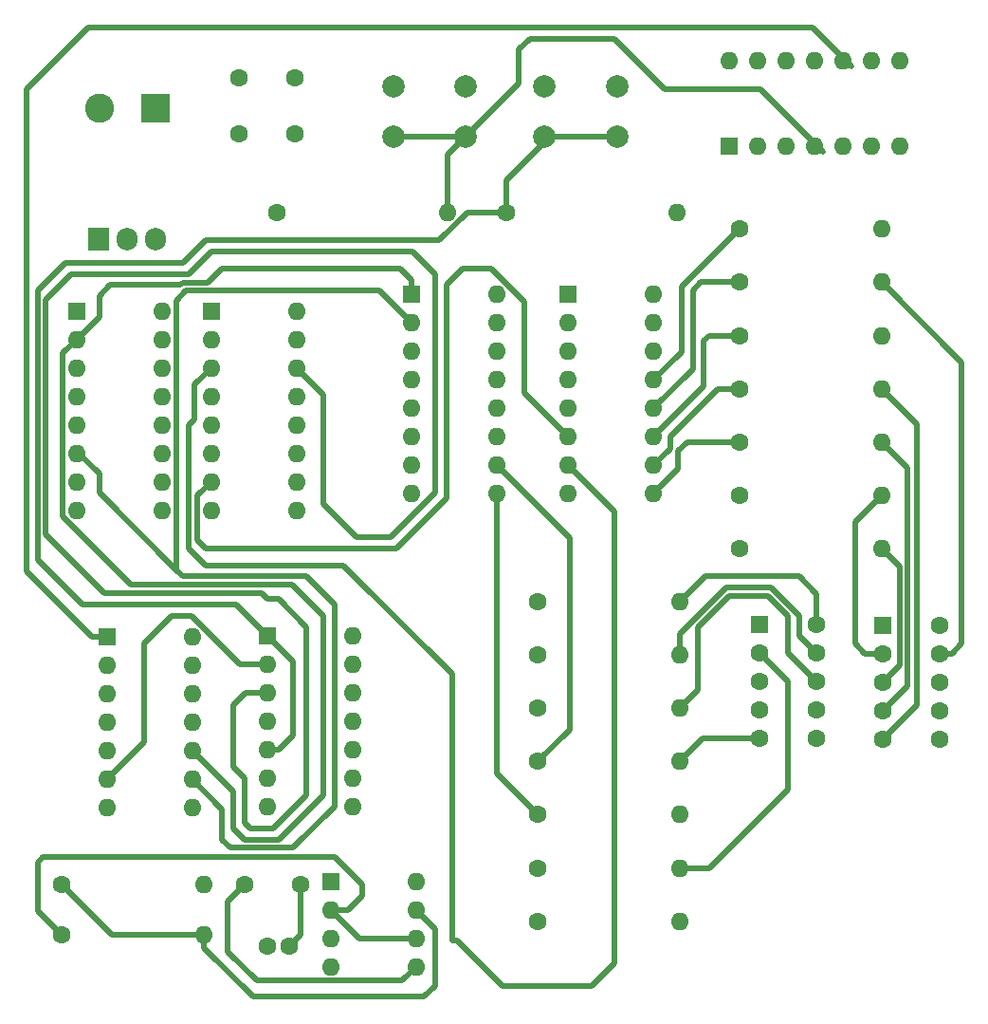
<source format=gbr>
%TF.GenerationSoftware,KiCad,Pcbnew,8.0.2*%
%TF.CreationDate,2024-05-14T19:41:18+03:00*%
%TF.ProjectId,PCB1,50434231-2e6b-4696-9361-645f70636258,rev?*%
%TF.SameCoordinates,Original*%
%TF.FileFunction,Copper,L1,Top*%
%TF.FilePolarity,Positive*%
%FSLAX46Y46*%
G04 Gerber Fmt 4.6, Leading zero omitted, Abs format (unit mm)*
G04 Created by KiCad (PCBNEW 8.0.2) date 2024-05-14 19:41:18*
%MOMM*%
%LPD*%
G01*
G04 APERTURE LIST*
%TA.AperFunction,ComponentPad*%
%ADD10C,1.600000*%
%TD*%
%TA.AperFunction,ComponentPad*%
%ADD11O,1.600000X1.600000*%
%TD*%
%TA.AperFunction,ComponentPad*%
%ADD12R,1.600000X1.600000*%
%TD*%
%TA.AperFunction,ComponentPad*%
%ADD13C,2.000000*%
%TD*%
%TA.AperFunction,ComponentPad*%
%ADD14R,1.905000X2.000000*%
%TD*%
%TA.AperFunction,ComponentPad*%
%ADD15O,1.905000X2.000000*%
%TD*%
%TA.AperFunction,ComponentPad*%
%ADD16R,2.600000X2.600000*%
%TD*%
%TA.AperFunction,ComponentPad*%
%ADD17C,2.600000*%
%TD*%
%TA.AperFunction,Conductor*%
%ADD18C,0.500000*%
%TD*%
G04 APERTURE END LIST*
D10*
%TO.P,R3,1*%
%TO.N,Net-(U1-THR)*%
X140650000Y-119000000D03*
D11*
%TO.P,R3,2*%
%TO.N,Net-(U1-DIS)*%
X153350000Y-119000000D03*
%TD*%
D10*
%TO.P,C1,1*%
%TO.N,Net-(J1-Pin_1)*%
X156500000Y-42500000D03*
%TO.P,C1,2*%
%TO.N,GND*%
X161500000Y-42500000D03*
%TD*%
D12*
%TO.P,U5,1,B*%
%TO.N,unconnected-(U5-B-Pad1)*%
X142000000Y-63300000D03*
D11*
%TO.P,U5,2,QB*%
%TO.N,Net-(U5-QB)*%
X142000000Y-65840000D03*
%TO.P,U5,3,QA*%
%TO.N,Net-(U5-QA)*%
X142000000Y-68380000D03*
%TO.P,U5,4,DOWN*%
%TO.N,+5V*%
X142000000Y-70920000D03*
%TO.P,U5,5,UP*%
%TO.N,Net-(U5-UP)*%
X142000000Y-73460000D03*
%TO.P,U5,6,QC*%
%TO.N,Net-(U5-QC)*%
X142000000Y-76000000D03*
%TO.P,U5,7,QD*%
%TO.N,Net-(U5-QD)*%
X142000000Y-78540000D03*
%TO.P,U5,8,GND*%
%TO.N,GND*%
X142000000Y-81080000D03*
%TO.P,U5,9,D*%
%TO.N,unconnected-(U5-D-Pad9)*%
X149620000Y-81080000D03*
%TO.P,U5,10,C*%
%TO.N,unconnected-(U5-C-Pad10)*%
X149620000Y-78540000D03*
%TO.P,U5,11,~{LOAD}*%
%TO.N,unconnected-(U5-~{LOAD}-Pad11)*%
X149620000Y-76000000D03*
%TO.P,U5,12,~{CO}*%
%TO.N,unconnected-(U5-~{CO}-Pad12)*%
X149620000Y-73460000D03*
%TO.P,U5,13,~{BO}*%
%TO.N,unconnected-(U5-~{BO}-Pad13)*%
X149620000Y-70920000D03*
%TO.P,U5,14,CLR*%
%TO.N,Net-(U5-CLR)*%
X149620000Y-68380000D03*
%TO.P,U5,15,A*%
%TO.N,unconnected-(U5-A-Pad15)*%
X149620000Y-65840000D03*
%TO.P,U5,16,VCC*%
%TO.N,+5V*%
X149620000Y-63300000D03*
%TD*%
D10*
%TO.P,R18,1*%
%TO.N,Net-(U9-Qg)*%
X201150000Y-84500000D03*
D11*
%TO.P,R18,2*%
%TO.N,Net-(U11-G)*%
X213850000Y-84500000D03*
%TD*%
D10*
%TO.P,R14,1*%
%TO.N,Net-(U9-Qc)*%
X201150000Y-65500000D03*
D11*
%TO.P,R14,2*%
%TO.N,Net-(U11-C)*%
X213850000Y-65500000D03*
%TD*%
D10*
%TO.P,R5,1*%
%TO.N,Net-(U8-Qa)*%
X183150000Y-89250000D03*
D11*
%TO.P,R5,2*%
%TO.N,Net-(U10-A)*%
X195850000Y-89250000D03*
%TD*%
D10*
%TO.P,R8,1*%
%TO.N,Net-(U8-Qd)*%
X183150000Y-103500000D03*
D11*
%TO.P,R8,2*%
%TO.N,Net-(U10-D)*%
X195850000Y-103500000D03*
%TD*%
D10*
%TO.P,R13,1*%
%TO.N,Net-(U9-Qb)*%
X201150000Y-60750000D03*
D11*
%TO.P,R13,2*%
%TO.N,Net-(U11-B)*%
X213850000Y-60750000D03*
%TD*%
D10*
%TO.P,R6,1*%
%TO.N,Net-(U8-Qb)*%
X183150000Y-94000000D03*
D11*
%TO.P,R6,2*%
%TO.N,Net-(U10-B)*%
X195850000Y-94000000D03*
%TD*%
D10*
%TO.P,C4,1*%
%TO.N,+5V*%
X159000000Y-120000000D03*
%TO.P,C4,2*%
%TO.N,Net-(C3-Pad2)*%
X161000000Y-120000000D03*
%TD*%
D13*
%TO.P,SW1,1,1*%
%TO.N,+5V*%
X170250000Y-43250000D03*
X176750000Y-43250000D03*
%TO.P,SW1,2,2*%
%TO.N,Net-(U2A-C)*%
X170250000Y-47750000D03*
X176750000Y-47750000D03*
%TD*%
D12*
%TO.P,U6,1,B*%
%TO.N,unconnected-(U6-B-Pad1)*%
X154000000Y-63300000D03*
D11*
%TO.P,U6,2,QB*%
%TO.N,Net-(U6-QB)*%
X154000000Y-65840000D03*
%TO.P,U6,3,QA*%
%TO.N,Net-(U6-QA)*%
X154000000Y-68380000D03*
%TO.P,U6,4,DOWN*%
%TO.N,+5V*%
X154000000Y-70920000D03*
%TO.P,U6,5,UP*%
%TO.N,Net-(U6-UP)*%
X154000000Y-73460000D03*
%TO.P,U6,6,QC*%
%TO.N,Net-(U6-QC)*%
X154000000Y-76000000D03*
%TO.P,U6,7,QD*%
%TO.N,Net-(U6-QD)*%
X154000000Y-78540000D03*
%TO.P,U6,8,GND*%
%TO.N,GND*%
X154000000Y-81080000D03*
%TO.P,U6,9,D*%
%TO.N,unconnected-(U6-D-Pad9)*%
X161620000Y-81080000D03*
%TO.P,U6,10,C*%
%TO.N,unconnected-(U6-C-Pad10)*%
X161620000Y-78540000D03*
%TO.P,U6,11,~{LOAD}*%
%TO.N,unconnected-(U6-~{LOAD}-Pad11)*%
X161620000Y-76000000D03*
%TO.P,U6,12,~{CO}*%
%TO.N,unconnected-(U6-~{CO}-Pad12)*%
X161620000Y-73460000D03*
%TO.P,U6,13,~{BO}*%
%TO.N,unconnected-(U6-~{BO}-Pad13)*%
X161620000Y-70920000D03*
%TO.P,U6,14,CLR*%
%TO.N,Net-(U6-CLR)*%
X161620000Y-68380000D03*
%TO.P,U6,15,A*%
%TO.N,unconnected-(U6-A-Pad15)*%
X161620000Y-65840000D03*
%TO.P,U6,16,VCC*%
%TO.N,+5V*%
X161620000Y-63300000D03*
%TD*%
D10*
%TO.P,R15,1*%
%TO.N,Net-(U9-Qd)*%
X201150000Y-70250000D03*
D11*
%TO.P,R15,2*%
%TO.N,Net-(U11-D)*%
X213850000Y-70250000D03*
%TD*%
D10*
%TO.P,R1,1*%
%TO.N,GND*%
X159880000Y-54500000D03*
D11*
%TO.P,R1,2*%
%TO.N,Net-(U2A-C)*%
X175120000Y-54500000D03*
%TD*%
D12*
%TO.P,U11,1,CC*%
%TO.N,GND*%
X214000000Y-91340000D03*
D10*
%TO.P,U11,2,F*%
%TO.N,Net-(U11-F)*%
X214000000Y-93880000D03*
%TO.P,U11,3,G*%
%TO.N,Net-(U11-G)*%
X214000000Y-96420000D03*
%TO.P,U11,4,E*%
%TO.N,Net-(U11-E)*%
X214000000Y-98960000D03*
%TO.P,U11,5,D*%
%TO.N,Net-(U11-D)*%
X214000000Y-101500000D03*
%TO.P,U11,6,CC*%
%TO.N,GND*%
X219080000Y-101500000D03*
%TO.P,U11,7,DP*%
%TO.N,unconnected-(U11-DP-Pad7)*%
X219080000Y-98960000D03*
%TO.P,U11,8,C*%
%TO.N,Net-(U11-C)*%
X219080000Y-96420000D03*
%TO.P,U11,9,B*%
%TO.N,Net-(U11-B)*%
X219080000Y-93880000D03*
%TO.P,U11,10,A*%
%TO.N,Net-(U11-A)*%
X219080000Y-91340000D03*
%TD*%
%TO.P,R10,1*%
%TO.N,Net-(U8-Qf)*%
X183150000Y-113000000D03*
D11*
%TO.P,R10,2*%
%TO.N,Net-(U10-F)*%
X195850000Y-113000000D03*
%TD*%
D12*
%TO.P,U3,1*%
%TO.N,Net-(U2A-Q)*%
X144700000Y-92375000D03*
D11*
%TO.P,U3,2*%
%TO.N,Net-(U1-Q)*%
X144700000Y-94915000D03*
%TO.P,U3,3*%
%TO.N,Net-(U6-UP)*%
X144700000Y-97455000D03*
%TO.P,U3,4*%
%TO.N,Net-(U6-QC)*%
X144700000Y-99995000D03*
%TO.P,U3,5*%
%TO.N,Net-(U6-QB)*%
X144700000Y-102535000D03*
%TO.P,U3,6*%
%TO.N,Net-(U5-UP)*%
X144700000Y-105075000D03*
%TO.P,U3,7,GND*%
%TO.N,GND*%
X144700000Y-107615000D03*
%TO.P,U3,8*%
%TO.N,Net-(U3-Pad8)*%
X152320000Y-107615000D03*
%TO.P,U3,9*%
%TO.N,Net-(U5-QC)*%
X152320000Y-105075000D03*
%TO.P,U3,10*%
%TO.N,Net-(U5-QB)*%
X152320000Y-102535000D03*
%TO.P,U3,11*%
%TO.N,unconnected-(U3-Pad11)*%
X152320000Y-99995000D03*
%TO.P,U3,12*%
%TO.N,unconnected-(U3-Pad12)*%
X152320000Y-97455000D03*
%TO.P,U3,13*%
%TO.N,unconnected-(U3-Pad13)*%
X152320000Y-94915000D03*
%TO.P,U3,14,VCC*%
%TO.N,+5V*%
X152320000Y-92375000D03*
%TD*%
D10*
%TO.P,R11,1*%
%TO.N,Net-(U8-Qg)*%
X183150000Y-117750000D03*
D11*
%TO.P,R11,2*%
%TO.N,Net-(U10-G)*%
X195850000Y-117750000D03*
%TD*%
D12*
%TO.P,U7,1*%
%TO.N,Net-(R4-Pad1)*%
X159000000Y-92300000D03*
D11*
%TO.P,U7,2*%
%TO.N,Net-(U5-UP)*%
X159000000Y-94840000D03*
%TO.P,U7,3*%
%TO.N,Net-(U6-CLR)*%
X159000000Y-97380000D03*
%TO.P,U7,4*%
%TO.N,Net-(U5-CLR)*%
X159000000Y-99920000D03*
%TO.P,U7,5*%
%TO.N,Net-(R4-Pad1)*%
X159000000Y-102460000D03*
%TO.P,U7,6*%
%TO.N,Net-(U3-Pad8)*%
X159000000Y-105000000D03*
%TO.P,U7,7,VSS*%
%TO.N,+5V*%
X159000000Y-107540000D03*
%TO.P,U7,8*%
%TO.N,unconnected-(U7-Pad8)*%
X166620000Y-107540000D03*
%TO.P,U7,9*%
%TO.N,unconnected-(U7-Pad9)*%
X166620000Y-105000000D03*
%TO.P,U7,10*%
%TO.N,unconnected-(U7-Pad10)*%
X166620000Y-102460000D03*
%TO.P,U7,11*%
%TO.N,unconnected-(U7-Pad11)*%
X166620000Y-99920000D03*
%TO.P,U7,12*%
%TO.N,unconnected-(U7-Pad12)*%
X166620000Y-97380000D03*
%TO.P,U7,13*%
%TO.N,unconnected-(U7-Pad13)*%
X166620000Y-94840000D03*
%TO.P,U7,14,VDD*%
%TO.N,GND*%
X166620000Y-92300000D03*
%TD*%
D10*
%TO.P,C3,1*%
%TO.N,Net-(U1-CV)*%
X157000000Y-114500000D03*
%TO.P,C3,2*%
%TO.N,Net-(C3-Pad2)*%
X162000000Y-114500000D03*
%TD*%
%TO.P,R4,1*%
%TO.N,Net-(R4-Pad1)*%
X180380000Y-54500000D03*
D11*
%TO.P,R4,2*%
%TO.N,GND*%
X195620000Y-54500000D03*
%TD*%
D10*
%TO.P,R12,1*%
%TO.N,Net-(U9-Qa)*%
X201150000Y-56000000D03*
D11*
%TO.P,R12,2*%
%TO.N,Net-(U11-A)*%
X213850000Y-56000000D03*
%TD*%
D12*
%TO.P,U2,1,C*%
%TO.N,unconnected-(U2B-C-Pad1)*%
X200300000Y-48620000D03*
D11*
%TO.P,U2,2,~{R}*%
%TO.N,unconnected-(U2B-~{R}-Pad2)*%
X202840000Y-48620000D03*
%TO.P,U2,3,K*%
%TO.N,unconnected-(U2B-K-Pad3)*%
X205380000Y-48620000D03*
%TO.P,U2,4,VCC*%
%TO.N,+5V*%
X207920000Y-48620000D03*
%TO.P,U2,5,C*%
%TO.N,Net-(U2A-C)*%
X210460000Y-48620000D03*
%TO.P,U2,6,~{R}*%
%TO.N,+5V*%
X213000000Y-48620000D03*
%TO.P,U2,7,J*%
X215540000Y-48620000D03*
%TO.P,U2,8,~{Q}*%
%TO.N,unconnected-(U2A-~{Q}-Pad8)*%
X215540000Y-41000000D03*
%TO.P,U2,9,Q*%
%TO.N,Net-(U2A-Q)*%
X213000000Y-41000000D03*
%TO.P,U2,10,K*%
%TO.N,+5V*%
X210460000Y-41000000D03*
%TO.P,U2,11,GND*%
%TO.N,GND*%
X207920000Y-41000000D03*
%TO.P,U2,12,Q*%
%TO.N,unconnected-(U2B-Q-Pad12)*%
X205380000Y-41000000D03*
%TO.P,U2,13,~{Q}*%
%TO.N,unconnected-(U2B-~{Q}-Pad13)*%
X202840000Y-41000000D03*
%TO.P,U2,14,J*%
%TO.N,unconnected-(U2B-J-Pad14)*%
X200300000Y-41000000D03*
%TD*%
D10*
%TO.P,R17,1*%
%TO.N,Net-(U9-Qf)*%
X201150000Y-79750000D03*
D11*
%TO.P,R17,2*%
%TO.N,Net-(U11-F)*%
X213850000Y-79750000D03*
%TD*%
D13*
%TO.P,SW2,1,1*%
%TO.N,+5V*%
X183750000Y-43250000D03*
X190250000Y-43250000D03*
%TO.P,SW2,2,2*%
%TO.N,Net-(R4-Pad1)*%
X183750000Y-47750000D03*
X190250000Y-47750000D03*
%TD*%
D10*
%TO.P,R9,1*%
%TO.N,Net-(U8-Qe)*%
X183150000Y-108250000D03*
D11*
%TO.P,R9,2*%
%TO.N,Net-(U10-E)*%
X195850000Y-108250000D03*
%TD*%
D14*
%TO.P,U4,1,IN*%
%TO.N,Net-(J1-Pin_1)*%
X143960000Y-56945000D03*
D15*
%TO.P,U4,2,GND*%
%TO.N,GND*%
X146500000Y-56945000D03*
%TO.P,U4,3,OUT*%
%TO.N,+5V*%
X149040000Y-56945000D03*
%TD*%
D10*
%TO.P,R2,1*%
%TO.N,Net-(U1-DIS)*%
X140650000Y-114500000D03*
D11*
%TO.P,R2,2*%
%TO.N,+5V*%
X153350000Y-114500000D03*
%TD*%
D10*
%TO.P,C2,1*%
%TO.N,+5V*%
X156500000Y-47500000D03*
%TO.P,C2,2*%
%TO.N,GND*%
X161500000Y-47500000D03*
%TD*%
D12*
%TO.P,U10,1,CC*%
%TO.N,GND*%
X203000000Y-91300000D03*
D10*
%TO.P,U10,2,F*%
%TO.N,Net-(U10-F)*%
X203000000Y-93840000D03*
%TO.P,U10,3,G*%
%TO.N,Net-(U10-G)*%
X203000000Y-96380000D03*
%TO.P,U10,4,E*%
%TO.N,Net-(U10-E)*%
X203000000Y-98920000D03*
%TO.P,U10,5,D*%
%TO.N,Net-(U10-D)*%
X203000000Y-101460000D03*
%TO.P,U10,6,CC*%
%TO.N,GND*%
X208080000Y-101460000D03*
%TO.P,U10,7,DP*%
%TO.N,unconnected-(U10-DP-Pad7)*%
X208080000Y-98920000D03*
%TO.P,U10,8,C*%
%TO.N,Net-(U10-C)*%
X208080000Y-96380000D03*
%TO.P,U10,9,B*%
%TO.N,Net-(U10-B)*%
X208080000Y-93840000D03*
%TO.P,U10,10,A*%
%TO.N,Net-(U10-A)*%
X208080000Y-91300000D03*
%TD*%
%TO.P,R7,1*%
%TO.N,Net-(U8-Qc)*%
X183150000Y-98750000D03*
D11*
%TO.P,R7,2*%
%TO.N,Net-(U10-C)*%
X195850000Y-98750000D03*
%TD*%
D12*
%TO.P,U1,1,GND*%
%TO.N,GND*%
X164700000Y-114200000D03*
D11*
%TO.P,U1,2,TR*%
%TO.N,Net-(U1-THR)*%
X164700000Y-116740000D03*
%TO.P,U1,3,Q*%
%TO.N,Net-(U1-Q)*%
X164700000Y-119280000D03*
%TO.P,U1,4,R*%
%TO.N,+5V*%
X164700000Y-121820000D03*
%TO.P,U1,5,CV*%
%TO.N,Net-(U1-CV)*%
X172320000Y-121820000D03*
%TO.P,U1,6,THR*%
%TO.N,Net-(U1-THR)*%
X172320000Y-119280000D03*
%TO.P,U1,7,DIS*%
%TO.N,Net-(U1-DIS)*%
X172320000Y-116740000D03*
%TO.P,U1,8,VCC*%
%TO.N,+5V*%
X172320000Y-114200000D03*
%TD*%
D10*
%TO.P,R16,1*%
%TO.N,Net-(U9-Qe)*%
X201150000Y-75000000D03*
D11*
%TO.P,R16,2*%
%TO.N,Net-(U11-E)*%
X213850000Y-75000000D03*
%TD*%
D16*
%TO.P,J1,1,Pin_1*%
%TO.N,Net-(J1-Pin_1)*%
X149000000Y-45195000D03*
D17*
%TO.P,J1,2,Pin_2*%
%TO.N,GND*%
X144000000Y-45195000D03*
%TD*%
D12*
%TO.P,U8,1,DB*%
%TO.N,Net-(U5-QB)*%
X171880000Y-61840000D03*
D11*
%TO.P,U8,2,DC*%
%TO.N,Net-(U5-QC)*%
X171880000Y-64380000D03*
%TO.P,U8,3,~{LT}*%
%TO.N,+5V*%
X171880000Y-66920000D03*
%TO.P,U8,4,~{BI}*%
X171880000Y-69460000D03*
%TO.P,U8,5,~{EL}*%
%TO.N,GND*%
X171880000Y-72000000D03*
%TO.P,U8,6,DD*%
%TO.N,Net-(U5-QD)*%
X171880000Y-74540000D03*
%TO.P,U8,7,DA*%
%TO.N,Net-(U5-QA)*%
X171880000Y-77080000D03*
%TO.P,U8,8,Vss*%
%TO.N,GND*%
X171880000Y-79620000D03*
%TO.P,U8,9,Qe*%
%TO.N,Net-(U8-Qe)*%
X179500000Y-79620000D03*
%TO.P,U8,10,Qd*%
%TO.N,Net-(U8-Qd)*%
X179500000Y-77080000D03*
%TO.P,U8,11,Qc*%
%TO.N,Net-(U8-Qc)*%
X179500000Y-74540000D03*
%TO.P,U8,12,Qb*%
%TO.N,Net-(U8-Qb)*%
X179500000Y-72000000D03*
%TO.P,U8,13,Qa*%
%TO.N,Net-(U8-Qa)*%
X179500000Y-69460000D03*
%TO.P,U8,14,Qg*%
%TO.N,Net-(U8-Qg)*%
X179500000Y-66920000D03*
%TO.P,U8,15,Qf*%
%TO.N,Net-(U8-Qf)*%
X179500000Y-64380000D03*
%TO.P,U8,16,Vdd*%
%TO.N,+5V*%
X179500000Y-61840000D03*
%TD*%
%TO.P,U9,16,Vdd*%
%TO.N,+5V*%
X193500000Y-61840000D03*
%TO.P,U9,15,Qf*%
%TO.N,Net-(U9-Qf)*%
X193500000Y-64380000D03*
%TO.P,U9,14,Qg*%
%TO.N,Net-(U9-Qg)*%
X193500000Y-66920000D03*
%TO.P,U9,13,Qa*%
%TO.N,Net-(U9-Qa)*%
X193500000Y-69460000D03*
%TO.P,U9,12,Qb*%
%TO.N,Net-(U9-Qb)*%
X193500000Y-72000000D03*
%TO.P,U9,11,Qc*%
%TO.N,Net-(U9-Qc)*%
X193500000Y-74540000D03*
%TO.P,U9,10,Qd*%
%TO.N,Net-(U9-Qd)*%
X193500000Y-77080000D03*
%TO.P,U9,9,Qe*%
%TO.N,Net-(U9-Qe)*%
X193500000Y-79620000D03*
%TO.P,U9,8,Vss*%
%TO.N,GND*%
X185880000Y-79620000D03*
%TO.P,U9,7,DA*%
%TO.N,Net-(U6-QA)*%
X185880000Y-77080000D03*
%TO.P,U9,6,DD*%
%TO.N,Net-(U6-QD)*%
X185880000Y-74540000D03*
%TO.P,U9,5,~{EL}*%
%TO.N,GND*%
X185880000Y-72000000D03*
%TO.P,U9,4,~{BI}*%
%TO.N,+5V*%
X185880000Y-69460000D03*
%TO.P,U9,3,~{LT}*%
X185880000Y-66920000D03*
%TO.P,U9,2,DC*%
%TO.N,Net-(U6-QC)*%
X185880000Y-64380000D03*
D12*
%TO.P,U9,1,DB*%
%TO.N,Net-(U6-QB)*%
X185880000Y-61840000D03*
%TD*%
D18*
%TO.N,Net-(U6-CLR)*%
X164000000Y-70760000D02*
X161620000Y-68380000D01*
X164000000Y-80500000D02*
X164000000Y-70760000D01*
X174000000Y-79500000D02*
X170000000Y-83500000D01*
X174000000Y-60000000D02*
X174000000Y-79500000D01*
X172000000Y-58000000D02*
X174000000Y-60000000D01*
X141500000Y-60000000D02*
X152000000Y-60000000D01*
X139200000Y-62300000D02*
X141500000Y-60000000D01*
X152000000Y-60000000D02*
X154000000Y-58000000D01*
X139200000Y-83200000D02*
X139200000Y-62300000D01*
X144500000Y-88500000D02*
X139200000Y-83200000D01*
X159000000Y-89000000D02*
X158500000Y-88500000D01*
X167000000Y-83500000D02*
X164000000Y-80500000D01*
X160000000Y-89000000D02*
X159000000Y-89000000D01*
X162500000Y-91500000D02*
X160000000Y-89000000D01*
X162500000Y-106500000D02*
X162500000Y-91500000D01*
X159500000Y-109500000D02*
X162500000Y-106500000D01*
X158500000Y-88500000D02*
X144500000Y-88500000D01*
X157500000Y-109500000D02*
X159500000Y-109500000D01*
X154000000Y-58000000D02*
X172000000Y-58000000D01*
X157000000Y-105000000D02*
X157000000Y-109000000D01*
X157000000Y-109000000D02*
X157500000Y-109500000D01*
X156000000Y-104000000D02*
X157000000Y-105000000D01*
X156000000Y-98500000D02*
X156000000Y-104000000D01*
X157120000Y-97380000D02*
X156000000Y-98500000D01*
X170000000Y-83500000D02*
X167000000Y-83500000D01*
X159000000Y-97380000D02*
X157120000Y-97380000D01*
%TO.N,Net-(R4-Pad1)*%
X156200000Y-89500000D02*
X159000000Y-92300000D01*
X138500000Y-85500000D02*
X142500000Y-89500000D01*
X141000000Y-59000000D02*
X138500000Y-61500000D01*
X151500000Y-59000000D02*
X141000000Y-59000000D01*
X174387767Y-57000000D02*
X153500000Y-57000000D01*
X138500000Y-61500000D02*
X138500000Y-85500000D01*
X176887767Y-54500000D02*
X174387767Y-57000000D01*
X153500000Y-57000000D02*
X151500000Y-59000000D01*
X180380000Y-54500000D02*
X176887767Y-54500000D01*
X142500000Y-89500000D02*
X156200000Y-89500000D01*
%TO.N,Net-(U5-QB)*%
X144000000Y-63840000D02*
X142000000Y-65840000D01*
X144000000Y-62000000D02*
X144000000Y-63840000D01*
X145000000Y-61000000D02*
X144000000Y-62000000D01*
X151250051Y-61000000D02*
X145000000Y-61000000D01*
X153700000Y-60800000D02*
X151450051Y-60800000D01*
X170840000Y-59500000D02*
X155000000Y-59500000D01*
X171880000Y-60540000D02*
X170840000Y-59500000D01*
X171880000Y-61840000D02*
X171880000Y-60540000D01*
X151450051Y-60800000D02*
X151250051Y-61000000D01*
X155000000Y-59500000D02*
X153700000Y-60800000D01*
%TO.N,Net-(U5-QC)*%
X150870000Y-86370000D02*
X151000000Y-86500000D01*
X150870000Y-62370000D02*
X150870000Y-86370000D01*
X151740000Y-61500000D02*
X150870000Y-62370000D01*
X169000000Y-61500000D02*
X151740000Y-61500000D01*
X171880000Y-64380000D02*
X169000000Y-61500000D01*
%TO.N,Net-(U2A-Q)*%
X143375000Y-92375000D02*
X144700000Y-92375000D01*
X137500000Y-86500000D02*
X143375000Y-92375000D01*
X137500000Y-43500000D02*
X137500000Y-86500000D01*
X143000000Y-38000000D02*
X137500000Y-43500000D01*
X207700000Y-38000000D02*
X143000000Y-38000000D01*
X211200000Y-41500000D02*
X207700000Y-38000000D01*
%TO.N,Net-(U5-QB)*%
X156000000Y-106215000D02*
X152320000Y-102535000D01*
X160000000Y-110500000D02*
X157000000Y-110500000D01*
X157000000Y-110500000D02*
X156000000Y-109500000D01*
X164000000Y-90500000D02*
X164000000Y-106500000D01*
X161200000Y-87700000D02*
X164000000Y-90500000D01*
X140750000Y-81597767D02*
X146852233Y-87700000D01*
X164000000Y-106500000D02*
X160000000Y-110500000D01*
X146852233Y-87700000D02*
X161200000Y-87700000D01*
X140750000Y-67090000D02*
X140750000Y-81597767D01*
X142000000Y-65840000D02*
X140750000Y-67090000D01*
X156000000Y-109500000D02*
X156000000Y-106215000D01*
%TO.N,Net-(U5-QC)*%
X155000000Y-107755000D02*
X152320000Y-105075000D01*
X155000000Y-110500000D02*
X155000000Y-107755000D01*
X165000000Y-89500000D02*
X165000000Y-107500000D01*
X162500000Y-87000000D02*
X165000000Y-89500000D01*
X161300000Y-111200000D02*
X155700000Y-111200000D01*
X155700000Y-111200000D02*
X155000000Y-110500000D01*
X165000000Y-107500000D02*
X161300000Y-111200000D01*
X151500000Y-87000000D02*
X162500000Y-87000000D01*
X151000000Y-86500000D02*
X151500000Y-87000000D01*
X144000000Y-79500000D02*
X151000000Y-86500000D01*
%TO.N,Net-(U6-QA)*%
X152500000Y-69880000D02*
X154000000Y-68380000D01*
X152500000Y-73000000D02*
X152500000Y-69880000D01*
X152000000Y-73500000D02*
X152500000Y-73000000D01*
X153500000Y-86000000D02*
X152000000Y-84500000D01*
X152000000Y-84500000D02*
X152000000Y-73500000D01*
X165807767Y-86000000D02*
X153500000Y-86000000D01*
X175500000Y-95692233D02*
X165807767Y-86000000D01*
X175500000Y-119500000D02*
X175500000Y-95692233D01*
X188000000Y-123500000D02*
X180000000Y-123500000D01*
X190000000Y-121500000D02*
X188000000Y-123500000D01*
X180000000Y-123500000D02*
X176000000Y-119500000D01*
X190000000Y-81200000D02*
X190000000Y-121500000D01*
X185880000Y-77080000D02*
X190000000Y-81200000D01*
X176000000Y-119500000D02*
X175500000Y-119500000D01*
%TO.N,Net-(U5-QC)*%
X142500000Y-76500000D02*
X142000000Y-76000000D01*
X142210000Y-76000000D02*
X144000000Y-77790000D01*
X142000000Y-76000000D02*
X142210000Y-76000000D01*
X144000000Y-77790000D02*
X144000000Y-79500000D01*
%TO.N,Net-(U5-UP)*%
X152212767Y-90500000D02*
X156552767Y-94840000D01*
X148000000Y-93000000D02*
X150500000Y-90500000D01*
X150500000Y-90500000D02*
X152212767Y-90500000D01*
X148000000Y-101775000D02*
X148000000Y-93000000D01*
X156552767Y-94840000D02*
X159000000Y-94840000D01*
X144700000Y-105075000D02*
X148000000Y-101775000D01*
%TO.N,Net-(U6-QD)*%
X152750000Y-83750000D02*
X152750000Y-79790000D01*
X153500000Y-84500000D02*
X152750000Y-83750000D01*
X176500000Y-59500000D02*
X175000000Y-61000000D01*
X170500000Y-84500000D02*
X153500000Y-84500000D01*
X175000000Y-80000000D02*
X170500000Y-84500000D01*
X179000000Y-59500000D02*
X176500000Y-59500000D01*
X182000000Y-62500000D02*
X179000000Y-59500000D01*
X152750000Y-79790000D02*
X154000000Y-78540000D01*
X175000000Y-61000000D02*
X175000000Y-80000000D01*
X182000000Y-70660000D02*
X182000000Y-62500000D01*
X185880000Y-74540000D02*
X182000000Y-70660000D01*
%TO.N,Net-(R4-Pad1)*%
X160040000Y-102460000D02*
X159000000Y-102460000D01*
X161300000Y-101200000D02*
X160040000Y-102460000D01*
X161300000Y-94600000D02*
X161300000Y-101200000D01*
X159000000Y-92300000D02*
X161300000Y-94600000D01*
%TO.N,Net-(U1-THR)*%
X138500000Y-116850000D02*
X140650000Y-119000000D01*
X165000000Y-112000000D02*
X139000000Y-112000000D01*
X139000000Y-112000000D02*
X138500000Y-112500000D01*
X138500000Y-112500000D02*
X138500000Y-116850000D01*
X167500000Y-114500000D02*
X165000000Y-112000000D01*
X167500000Y-115500000D02*
X167500000Y-114500000D01*
X166260000Y-116740000D02*
X167500000Y-115500000D01*
X164700000Y-116740000D02*
X166260000Y-116740000D01*
X167240000Y-119280000D02*
X164700000Y-116740000D01*
X172320000Y-119280000D02*
X167240000Y-119280000D01*
%TO.N,Net-(C3-Pad2)*%
X162000000Y-119000000D02*
X161000000Y-120000000D01*
X162000000Y-114500000D02*
X162000000Y-119000000D01*
%TO.N,Net-(U1-DIS)*%
X145150000Y-119000000D02*
X140650000Y-114500000D01*
X153350000Y-119000000D02*
X145150000Y-119000000D01*
X153350000Y-120131370D02*
X153350000Y-119000000D01*
X174000000Y-123500000D02*
X173000000Y-124500000D01*
X174000000Y-118420000D02*
X174000000Y-123500000D01*
X172320000Y-116740000D02*
X174000000Y-118420000D01*
X173000000Y-124500000D02*
X157718630Y-124500000D01*
X157718630Y-124500000D02*
X153350000Y-120131370D01*
%TO.N,Net-(U1-CV)*%
X155500000Y-120500000D02*
X155500000Y-116000000D01*
X171070000Y-123070000D02*
X158070000Y-123070000D01*
X155500000Y-116000000D02*
X157000000Y-114500000D01*
X172320000Y-121820000D02*
X171070000Y-123070000D01*
X158070000Y-123070000D02*
X155500000Y-120500000D01*
%TO.N,Net-(U8-Qe)*%
X179500000Y-104600000D02*
X183150000Y-108250000D01*
X179500000Y-79620000D02*
X179500000Y-104600000D01*
%TO.N,Net-(U8-Qd)*%
X186000000Y-100650000D02*
X183150000Y-103500000D01*
X186000000Y-83580000D02*
X186000000Y-100650000D01*
X179500000Y-77080000D02*
X186000000Y-83580000D01*
%TO.N,Net-(U10-F)*%
X198500000Y-113000000D02*
X195850000Y-113000000D01*
X205500000Y-106000000D02*
X198500000Y-113000000D01*
X205500000Y-96340000D02*
X205500000Y-106000000D01*
X203000000Y-93840000D02*
X205500000Y-96340000D01*
%TO.N,Net-(U10-D)*%
X197890000Y-101460000D02*
X195850000Y-103500000D01*
X203000000Y-101460000D02*
X197890000Y-101460000D01*
%TO.N,Net-(U10-C)*%
X197500000Y-97100000D02*
X195850000Y-98750000D01*
X200300000Y-88700000D02*
X197500000Y-91500000D01*
X203710050Y-88700000D02*
X200300000Y-88700000D01*
X197500000Y-91500000D02*
X197500000Y-97100000D01*
X205500000Y-93800000D02*
X205500000Y-90489950D01*
X205500000Y-90489950D02*
X203710050Y-88700000D01*
X208080000Y-96380000D02*
X205500000Y-93800000D01*
%TO.N,Net-(U10-B)*%
X200000000Y-88000000D02*
X195850000Y-92150000D01*
X204000000Y-88000000D02*
X200000000Y-88000000D01*
X206500000Y-92260000D02*
X206500000Y-90500000D01*
X208080000Y-93840000D02*
X206500000Y-92260000D01*
X206500000Y-90500000D02*
X204000000Y-88000000D01*
X195850000Y-92150000D02*
X195850000Y-94000000D01*
%TO.N,Net-(U10-A)*%
X198100000Y-87000000D02*
X195850000Y-89250000D01*
X206500000Y-87000000D02*
X198100000Y-87000000D01*
X208080000Y-91300000D02*
X208080000Y-88580000D01*
X208080000Y-88580000D02*
X206500000Y-87000000D01*
%TO.N,Net-(U11-D)*%
X217000000Y-73400000D02*
X217000000Y-98500000D01*
X217000000Y-98500000D02*
X214000000Y-101500000D01*
X213850000Y-70250000D02*
X217000000Y-73400000D01*
%TO.N,Net-(U11-F)*%
X212380000Y-93880000D02*
X214000000Y-93880000D01*
X211500000Y-93000000D02*
X212380000Y-93880000D01*
X211500000Y-82100000D02*
X211500000Y-93000000D01*
X213850000Y-79750000D02*
X211500000Y-82100000D01*
%TO.N,Net-(U9-Qe)*%
X195700000Y-77420000D02*
X193500000Y-79620000D01*
X195700000Y-75800000D02*
X195700000Y-77420000D01*
X196500000Y-75000000D02*
X195700000Y-75800000D01*
X201150000Y-75000000D02*
X196500000Y-75000000D01*
%TO.N,Net-(U9-Qd)*%
X195000000Y-75580000D02*
X193500000Y-77080000D01*
X195000000Y-74500000D02*
X195000000Y-75580000D01*
X201150000Y-70250000D02*
X199250000Y-70250000D01*
X199250000Y-70250000D02*
X195000000Y-74500000D01*
%TO.N,Net-(U9-Qc)*%
X198000000Y-66000000D02*
X198000000Y-70040000D01*
X198500000Y-65500000D02*
X198000000Y-66000000D01*
X201150000Y-65500000D02*
X198500000Y-65500000D01*
X198000000Y-70040000D02*
X193500000Y-74540000D01*
%TO.N,Net-(U9-Qb)*%
X197000000Y-68500000D02*
X193500000Y-72000000D01*
X197000000Y-61500000D02*
X197000000Y-68500000D01*
X197750000Y-60750000D02*
X197000000Y-61500000D01*
X201150000Y-60750000D02*
X197750000Y-60750000D01*
%TO.N,Net-(U9-Qa)*%
X196000000Y-66960000D02*
X193500000Y-69460000D01*
X196000000Y-61150000D02*
X196000000Y-66960000D01*
X201150000Y-56000000D02*
X196000000Y-61150000D01*
%TO.N,Net-(U11-B)*%
X221000000Y-93000000D02*
X220120000Y-93880000D01*
X220120000Y-93880000D02*
X219080000Y-93880000D01*
X221000000Y-67900000D02*
X221000000Y-93000000D01*
X213850000Y-60750000D02*
X221000000Y-67900000D01*
%TO.N,Net-(U11-G)*%
X215500000Y-94920000D02*
X214000000Y-96420000D01*
X215500000Y-86150000D02*
X215500000Y-94920000D01*
X213850000Y-84500000D02*
X215500000Y-86150000D01*
%TO.N,Net-(U11-E)*%
X216200000Y-77350000D02*
X216200000Y-96760000D01*
X216200000Y-96760000D02*
X214000000Y-98960000D01*
X213850000Y-75000000D02*
X216200000Y-77350000D01*
%TO.N,Net-(U2A-C)*%
X203040000Y-43500000D02*
X208660000Y-49120000D01*
X190000000Y-39000000D02*
X194500000Y-43500000D01*
X182500000Y-39000000D02*
X190000000Y-39000000D01*
X181500000Y-43000000D02*
X181500000Y-40000000D01*
X181500000Y-40000000D02*
X182500000Y-39000000D01*
X176750000Y-47750000D02*
X181500000Y-43000000D01*
X194500000Y-43500000D02*
X203040000Y-43500000D01*
%TO.N,Net-(R4-Pad1)*%
X180380000Y-51620000D02*
X180380000Y-54500000D01*
X183750000Y-48250000D02*
X180380000Y-51620000D01*
X183750000Y-47750000D02*
X183750000Y-48250000D01*
X183750000Y-47750000D02*
X190250000Y-47750000D01*
%TO.N,Net-(U2A-C)*%
X175120000Y-49380000D02*
X175120000Y-54500000D01*
X176750000Y-47750000D02*
X175120000Y-49380000D01*
X170250000Y-47750000D02*
X176750000Y-47750000D01*
%TD*%
M02*

</source>
